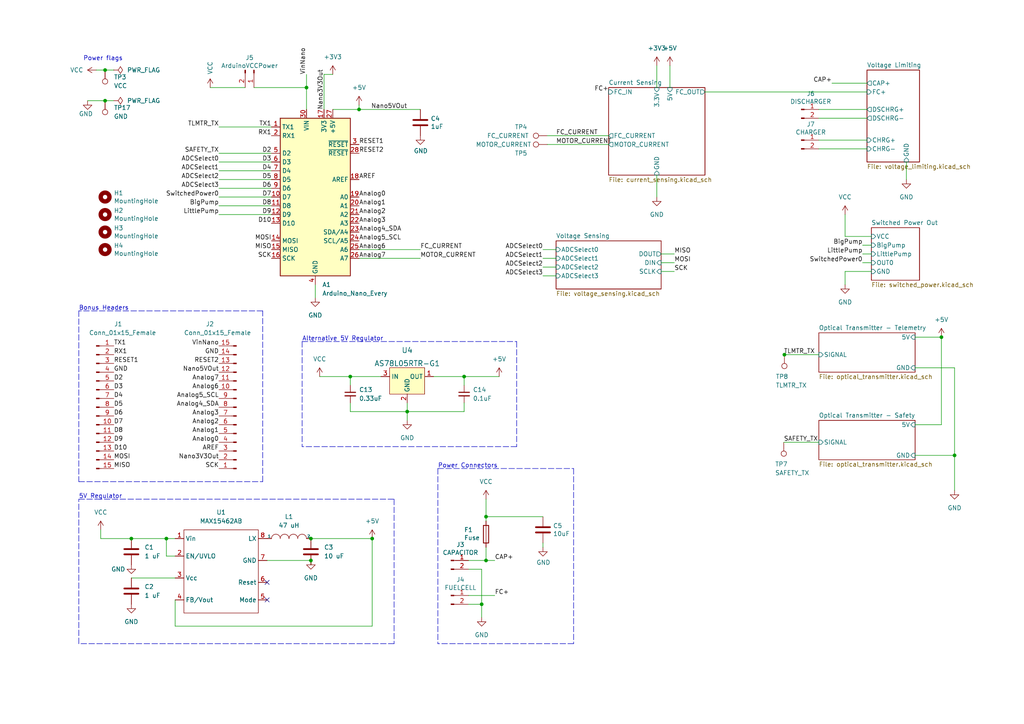
<source format=kicad_sch>
(kicad_sch (version 20211123) (generator eeschema)
  (paper "A4")
  (lib_symbols
    (symbol "Connector:Conn_01x02_Male" (pin_names (offset 1.016) hide)
      (property "Reference" "J" (at 0 2.54 0))
      (property "Value" "Conn_01x02_Male" (at 0 -5.08 0))
      (symbol "Conn_01x02_Male_1_1"
        (polyline (pts (xy 1.27 -2.54) (xy 0.8636 -2.54)) (stroke (width 0.1524)))
        (polyline (pts (xy 1.27 0) (xy 0.8636 0)) (stroke (width 0.1524)))
        (rectangle (start 0.8636 -2.413) (end 0 -2.667) (stroke (width 0.1524)) (fill (type outline)))
        (rectangle (start 0.8636 0.127) (end 0 -0.127) (stroke (width 0.1524)) (fill (type outline)))
        (pin passive line (at 5.08 0 180) (length 3.81) (name "Pin_1") (number "1"))
        (pin passive line (at 5.08 -2.54 180) (length 3.81) (name "Pin_2") (number "2"))
      )
    )
    (symbol "Connector:Conn_01x15_Male" (pin_names (offset 1.016) hide)
      (property "Reference" "J" (at 0 20.32 0))
      (property "Value" "Conn_01x15_Male" (at 0 -20.32 0))
      (symbol "Conn_01x15_Male_1_1"
        (polyline (pts (xy 1.27 -17.78) (xy 0.8636 -17.78)) (stroke (width 0.1524)))
        (polyline (pts (xy 1.27 -15.24) (xy 0.8636 -15.24)) (stroke (width 0.1524)))
        (polyline (pts (xy 1.27 -12.7) (xy 0.8636 -12.7)) (stroke (width 0.1524)))
        (polyline (pts (xy 1.27 -10.16) (xy 0.8636 -10.16)) (stroke (width 0.1524)))
        (polyline (pts (xy 1.27 -7.62) (xy 0.8636 -7.62)) (stroke (width 0.1524)))
        (polyline (pts (xy 1.27 -5.08) (xy 0.8636 -5.08)) (stroke (width 0.1524)))
        (polyline (pts (xy 1.27 -2.54) (xy 0.8636 -2.54)) (stroke (width 0.1524)))
        (polyline (pts (xy 1.27 0) (xy 0.8636 0)) (stroke (width 0.1524)))
        (polyline (pts (xy 1.27 2.54) (xy 0.8636 2.54)) (stroke (width 0.1524)))
        (polyline (pts (xy 1.27 5.08) (xy 0.8636 5.08)) (stroke (width 0.1524)))
        (polyline (pts (xy 1.27 7.62) (xy 0.8636 7.62)) (stroke (width 0.1524)))
        (polyline (pts (xy 1.27 10.16) (xy 0.8636 10.16)) (stroke (width 0.1524)))
        (polyline (pts (xy 1.27 12.7) (xy 0.8636 12.7)) (stroke (width 0.1524)))
        (polyline (pts (xy 1.27 15.24) (xy 0.8636 15.24)) (stroke (width 0.1524)))
        (polyline (pts (xy 1.27 17.78) (xy 0.8636 17.78)) (stroke (width 0.1524)))
        (rectangle (start 0.8636 -17.653) (end 0 -17.907) (stroke (width 0.1524)) (fill (type outline)))
        (rectangle (start 0.8636 -15.113) (end 0 -15.367) (stroke (width 0.1524)) (fill (type outline)))
        (rectangle (start 0.8636 -12.573) (end 0 -12.827) (stroke (width 0.1524)) (fill (type outline)))
        (rectangle (start 0.8636 -10.033) (end 0 -10.287) (stroke (width 0.1524)) (fill (type outline)))
        (rectangle (start 0.8636 -7.493) (end 0 -7.747) (stroke (width 0.1524)) (fill (type outline)))
        (rectangle (start 0.8636 -4.953) (end 0 -5.207) (stroke (width 0.1524)) (fill (type outline)))
        (rectangle (start 0.8636 -2.413) (end 0 -2.667) (stroke (width 0.1524)) (fill (type outline)))
        (rectangle (start 0.8636 0.127) (end 0 -0.127) (stroke (width 0.1524)) (fill (type outline)))
        (rectangle (start 0.8636 2.667) (end 0 2.413) (stroke (width 0.1524)) (fill (type outline)))
        (rectangle (start 0.8636 5.207) (end 0 4.953) (stroke (width 0.1524)) (fill (type outline)))
        (rectangle (start 0.8636 7.747) (end 0 7.493) (stroke (width 0.1524)) (fill (type outline)))
        (rectangle (start 0.8636 10.287) (end 0 10.033) (stroke (width 0.1524)) (fill (type outline)))
        (rectangle (start 0.8636 12.827) (end 0 12.573) (stroke (width 0.1524)) (fill (type outline)))
        (rectangle (start 0.8636 15.367) (end 0 15.113) (stroke (width 0.1524)) (fill (type outline)))
        (rectangle (start 0.8636 17.907) (end 0 17.653) (stroke (width 0.1524)) (fill (type outline)))
        (pin passive line (at 5.08 17.78 180) (length 3.81) (name "Pin_1") (number "1"))
        (pin passive line (at 5.08 -5.08 180) (length 3.81) (name "Pin_10") (number "10"))
        (pin passive line (at 5.08 -7.62 180) (length 3.81) (name "Pin_11") (number "11"))
        (pin passive line (at 5.08 -10.16 180) (length 3.81) (name "Pin_12") (number "12"))
        (pin passive line (at 5.08 -12.7 180) (length 3.81) (name "Pin_13") (number "13"))
        (pin passive line (at 5.08 -15.24 180) (length 3.81) (name "Pin_14") (number "14"))
        (pin passive line (at 5.08 -17.78 180) (length 3.81) (name "Pin_15") (number "15"))
        (pin passive line (at 5.08 15.24 180) (length 3.81) (name "Pin_2") (number "2"))
        (pin passive line (at 5.08 12.7 180) (length 3.81) (name "Pin_3") (number "3"))
        (pin passive line (at 5.08 10.16 180) (length 3.81) (name "Pin_4") (number "4"))
        (pin passive line (at 5.08 7.62 180) (length 3.81) (name "Pin_5") (number "5"))
        (pin passive line (at 5.08 5.08 180) (length 3.81) (name "Pin_6") (number "6"))
        (pin passive line (at 5.08 2.54 180) (length 3.81) (name "Pin_7") (number "7"))
        (pin passive line (at 5.08 0 180) (length 3.81) (name "Pin_8") (number "8"))
        (pin passive line (at 5.08 -2.54 180) (length 3.81) (name "Pin_9") (number "9"))
      )
    )
    (symbol "Connector:TestPoint" (pin_numbers hide) (pin_names (offset 0.762) hide)
      (property "Reference" "TP" (at 0 6.858 0))
      (property "Value" "TestPoint" (at 0 5.08 0))
      (symbol "TestPoint_0_1"
        (circle (center 0 3.302) (radius 0.762))
      )
      (symbol "TestPoint_1_1"
        (pin passive line (at 0 0 90) (length 2.54) (name "1") (number "1"))
      )
    )
    (symbol "Custom:AS78L05RTR-G1"
      (property "Reference" "U" (at 0 3.81 0))
      (property "Value" "AS78L05RTR-G1" (at 0 6.35 0))
      (symbol "AS78L05RTR-G1_0_1"
        (rectangle (start -5.08 2.54) (end 5.08 -5.08) (fill (type background)))
      )
      (symbol "AS78L05RTR-G1_1_1"
        (pin power_out line (at 7.62 0 180) (length 2.54) (name "OUT") (number "1"))
        (pin power_in line (at 0 -7.62 90) (length 2.54) (name "GND") (number "2"))
        (pin power_in line (at -7.62 0 0) (length 2.54) (name "IN") (number "3"))
      )
    )
    (symbol "Device:C" (pin_numbers hide) (pin_names (offset 0.254))
      (property "Reference" "C" (at 0.635 2.54 0))
      (property "Value" "C" (at 0.635 -2.54 0))
      (symbol "C_0_1"
        (polyline (pts (xy -2.032 -0.762) (xy 2.032 -0.762)) (stroke (width 0.508)))
        (polyline (pts (xy -2.032 0.762) (xy 2.032 0.762)) (stroke (width 0.508)))
      )
      (symbol "C_1_1"
        (pin passive line (at 0 3.81 270) (length 2.794) (name "~") (number "1"))
        (pin passive line (at 0 -3.81 90) (length 2.794) (name "~") (number "2"))
      )
    )
    (symbol "Device:C_Small" (pin_numbers hide) (pin_names (offset 0.254) hide)
      (property "Reference" "C" (at 0.254 1.778 0))
      (property "Value" "C_Small" (at 0.254 -2.032 0))
      (symbol "C_Small_0_1"
        (polyline (pts (xy -1.524 -0.508) (xy 1.524 -0.508)) (stroke (width 0.3302)))
        (polyline (pts (xy -1.524 0.508) (xy 1.524 0.508)) (stroke (width 0.3048)))
      )
      (symbol "C_Small_1_1"
        (pin passive line (at 0 2.54 270) (length 2.032) (name "~") (number "1"))
        (pin passive line (at 0 -2.54 90) (length 2.032) (name "~") (number "2"))
      )
    )
    (symbol "Device:Fuse" (pin_numbers hide) (pin_names (offset 0))
      (property "Reference" "F" (at 2.032 0 90))
      (property "Value" "Fuse" (at -1.905 0 90))
      (symbol "Fuse_0_1"
        (rectangle (start -0.762 -2.54) (end 0.762 2.54) (stroke (width 0.254)))
        (polyline (pts (xy 0 2.54) (xy 0 -2.54)))
      )
      (symbol "Fuse_1_1"
        (pin passive line (at 0 3.81 270) (length 1.27) (name "~") (number "1"))
        (pin passive line (at 0 -3.81 90) (length 1.27) (name "~") (number "2"))
      )
    )
    (symbol "MAX15462AB:MAX15462AB"
      (property "Reference" "U" (at 10.16 11.43 0))
      (property "Value" "MAX15462AB" (at -2.54 26.67 0))
      (symbol "MAX15462AB_0_1"
        (rectangle (start -12.7 11.43) (end 11.43 -10.16))
      )
      (symbol "MAX15462AB_1_1"
        (pin power_in line (at -10.16 -12.7 90) (length 2.54) (name "Vin") (number "1"))
        (pin input line (at -5.08 -12.7 90) (length 2.54) (name "EN/UVLO") (number "2"))
        (pin power_in line (at 1.27 -12.7 90) (length 2.54) (name "Vcc") (number "3"))
        (pin output line (at 7.62 -12.7 90) (length 2.54) (name "FB/Vout") (number "4"))
        (pin input line (at 7.62 13.97 270) (length 2.54) (name "Mode") (number "5"))
        (pin input line (at 2.54 13.97 270) (length 2.54) (name "Reset") (number "6"))
        (pin power_in line (at -3.81 13.97 270) (length 2.54) (name "GND") (number "7"))
        (pin input line (at -10.16 13.97 270) (length 2.54) (name "LX") (number "8"))
      )
    )
    (symbol "MCU_Module:Arduino_Nano_Every"
      (property "Reference" "A" (at -10.16 23.495 0))
      (property "Value" "Arduino_Nano_Every" (at 5.08 -24.13 0))
      (symbol "Arduino_Nano_Every_0_1"
        (rectangle (start -10.16 22.86) (end 10.16 -22.86) (stroke (width 0.254)) (fill (type background)))
      )
      (symbol "Arduino_Nano_Every_1_1"
        (pin bidirectional line (at -12.7 20.32 0) (length 2.54) (name "TX1") (number "1"))
        (pin bidirectional line (at -12.7 0 0) (length 2.54) (name "D7") (number "10"))
        (pin bidirectional line (at -12.7 -2.54 0) (length 2.54) (name "D8") (number "11"))
        (pin bidirectional line (at -12.7 -5.08 0) (length 2.54) (name "D9") (number "12"))
        (pin bidirectional line (at -12.7 -7.62 0) (length 2.54) (name "D10") (number "13"))
        (pin bidirectional line (at -12.7 -12.7 0) (length 2.54) (name "MOSI") (number "14"))
        (pin bidirectional line (at -12.7 -15.24 0) (length 2.54) (name "MISO") (number "15"))
        (pin bidirectional line (at -12.7 -17.78 0) (length 2.54) (name "SCK") (number "16"))
        (pin power_out line (at 2.54 25.4 270) (length 2.54) (name "3V3") (number "17"))
        (pin input line (at 12.7 5.08 180) (length 2.54) (name "AREF") (number "18"))
        (pin bidirectional line (at 12.7 0 180) (length 2.54) (name "A0") (number "19"))
        (pin bidirectional line (at -12.7 17.78 0) (length 2.54) (name "RX1") (number "2"))
        (pin bidirectional line (at 12.7 -2.54 180) (length 2.54) (name "A1") (number "20"))
        (pin bidirectional line (at 12.7 -5.08 180) (length 2.54) (name "A2") (number "21"))
        (pin bidirectional line (at 12.7 -7.62 180) (length 2.54) (name "A3") (number "22"))
        (pin bidirectional line (at 12.7 -10.16 180) (length 2.54) (name "SDA/A4") (number "23"))
        (pin bidirectional line (at 12.7 -12.7 180) (length 2.54) (name "SCL/A5") (number "24"))
        (pin bidirectional line (at 12.7 -15.24 180) (length 2.54) (name "A6") (number "25"))
        (pin bidirectional line (at 12.7 -17.78 180) (length 2.54) (name "A7") (number "26"))
        (pin power_out line (at 5.08 25.4 270) (length 2.54) (name "+5V") (number "27"))
        (pin input line (at 12.7 12.7 180) (length 2.54) (name "~{RESET}") (number "28"))
        (pin passive line (at 0 -25.4 90) (length 2.54) hide (name "GND") (number "29"))
        (pin input line (at 12.7 15.24 180) (length 2.54) (name "~{RESET}") (number "3"))
        (pin power_in line (at -2.54 25.4 270) (length 2.54) (name "VIN") (number "30"))
        (pin power_in line (at 0 -25.4 90) (length 2.54) (name "GND") (number "4"))
        (pin bidirectional line (at -12.7 12.7 0) (length 2.54) (name "D2") (number "5"))
        (pin bidirectional line (at -12.7 10.16 0) (length 2.54) (name "D3") (number "6"))
        (pin bidirectional line (at -12.7 7.62 0) (length 2.54) (name "D4") (number "7"))
        (pin bidirectional line (at -12.7 5.08 0) (length 2.54) (name "D5") (number "8"))
        (pin bidirectional line (at -12.7 2.54 0) (length 2.54) (name "D6") (number "9"))
      )
    )
    (symbol "Mechanical:MountingHole" (pin_names (offset 1.016))
      (property "Reference" "H" (at 0 5.08 0))
      (property "Value" "MountingHole" (at 0 3.175 0))
      (symbol "MountingHole_0_1"
        (circle (center 0 0) (radius 1.27) (stroke (width 1.27)))
      )
    )
    (symbol "power:+3V3" (power) (pin_names (offset 0))
      (property "Value" "+3V3" (at 0 3.556 0))
      (symbol "+3V3_0_1"
        (polyline (pts (xy -0.762 1.27) (xy 0 2.54)))
        (polyline (pts (xy 0 0) (xy 0 2.54)))
        (polyline (pts (xy 0 2.54) (xy 0.762 1.27)))
      )
      (symbol "+3V3_1_1"
        (pin power_in line (at 0 0 90) (length 0) hide (name "+3V3") (number "1"))
      )
    )
    (symbol "power:+5V" (power) (pin_names (offset 0))
      (property "Value" "+5V" (at 0 3.556 0))
      (symbol "+5V_0_1"
        (polyline (pts (xy -0.762 1.27) (xy 0 2.54)))
        (polyline (pts (xy 0 0) (xy 0 2.54)))
        (polyline (pts (xy 0 2.54) (xy 0.762 1.27)))
      )
      (symbol "+5V_1_1"
        (pin power_in line (at 0 0 90) (length 0) hide (name "+5V") (number "1"))
      )
    )
    (symbol "power:GND" (power) (pin_names (offset 0))
      (property "Value" "GND" (at 0 -3.81 0))
      (symbol "GND_0_1"
        (polyline (pts (xy 0 0) (xy 0 -1.27) (xy 1.27 -1.27) (xy 0 -2.54) (xy -1.27 -1.27) (xy 0 -1.27)))
      )
      (symbol "GND_1_1"
        (pin power_in line (at 0 0 270) (length 0) hide (name "GND") (number "1"))
      )
    )
    (symbol "power:PWR_FLAG" (power) (pin_numbers hide) (pin_names (offset 0) hide)
      (property "Value" "PWR_FLAG" (at 0 3.81 0))
      (symbol "PWR_FLAG_0_0"
        (pin power_out line (at 0 0 90) (length 0) (name "pwr") (number "1"))
      )
      (symbol "PWR_FLAG_0_1"
        (polyline (pts (xy 0 0) (xy 0 1.27) (xy -1.016 1.905) (xy 0 2.54) (xy 1.016 1.905) (xy 0 1.27)))
      )
    )
    (symbol "power:VCC" (power) (pin_names (offset 0))
      (property "Value" "VCC" (at 0 3.81 0))
      (symbol "VCC_0_1"
        (polyline (pts (xy -0.762 1.27) (xy 0 2.54)))
        (polyline (pts (xy 0 0) (xy 0 2.54)))
        (polyline (pts (xy 0 2.54) (xy 0.762 1.27)))
      )
      (symbol "VCC_1_1"
        (pin power_in line (at 0 0 90) (length 0) hide (name "VCC") (number "1"))
      )
    )
    (symbol "pspice:INDUCTOR" (pin_numbers hide) (pin_names (offset 0))
      (property "Reference" "L" (at 0 2.54 0))
      (property "Value" "INDUCTOR" (at 0 -1.27 0))
      (symbol "INDUCTOR_0_1"
        (arc (start -2.54 0) (mid -3.81 1.27) (end -5.08 0))
        (arc (start 0 0) (mid -1.27 1.27) (end -2.54 0))
        (arc (start 2.54 0) (mid 1.27 1.27) (end 0 0))
        (arc (start 5.08 0) (mid 3.81 1.27) (end 2.54 0))
      )
      (symbol "INDUCTOR_1_1"
        (pin input line (at -6.35 0 0) (length 1.27) (name "1") (number "1"))
        (pin input line (at 6.35 0 180) (length 1.27) (name "2") (number "2"))
      )
    )
  )
  (junction (at 107.95 156.21))
  (junction (at 134.62 109.22))
  (junction (at 140.97 162.56))
  (junction (at 88.9 25.4))
  (junction (at 140.97 149.86))
  (junction (at 30.48 20.32))
  (junction (at 38.1 156.21))
  (junction (at 30.48 29.21))
  (junction (at 276.86 132.08))
  (junction (at 139.7 175.26))
  (junction (at 90.17 156.21))
  (junction (at 118.11 119.38))
  (junction (at 90.17 162.56))
  (junction (at 104.14 31.75))
  (junction (at 227.5128 102.87))
  (junction (at 101.6 109.22))
  (junction (at 48.26 156.21))
  (junction (at 273.05 97.79))
  (no_connect (at 77.47 173.99))
  (no_connect (at 77.47 168.91))
  (wire (pts (xy 121.92 72.39) (xy 104.14 72.39)))
  (wire (pts (xy 273.05 97.79) (xy 273.05 123.19)))
  (wire (pts (xy 63.5 52.07) (xy 78.74 52.07)))
  (polyline (pts (xy 87.63 99.06) (xy 87.63 129.54)))
  (polyline (pts (xy 22.86 90.17) (xy 22.86 139.7)))
  (wire (pts (xy 29.21 156.21) (xy 38.1 156.21)))
  (wire (pts (xy 104.14 31.75) (xy 121.92 31.75)))
  (wire (pts (xy 237.49 34.29) (xy 251.46 34.29)))
  (wire (pts (xy 273.05 123.19) (xy 265.43 123.19)))
  (wire (pts (xy 48.26 156.21) (xy 48.26 161.29)))
  (wire (pts (xy 157.48 80.01) (xy 161.29 80.01)))
  (wire (pts (xy 50.8 173.99) (xy 50.8 181.61)))
  (polyline (pts (xy 22.86 144.78) (xy 27.94 144.78)))
  (wire (pts (xy 157.48 77.47) (xy 161.29 77.47)))
  (wire (pts (xy 101.6 116.84) (xy 101.6 119.38)))
  (polyline (pts (xy 76.2 139.7) (xy 76.2 90.17)))
  (polyline (pts (xy 22.86 139.7) (xy 76.2 139.7)))
  (wire (pts (xy 63.5 46.99) (xy 78.74 46.99)))
  (wire (pts (xy 63.5 44.45) (xy 78.74 44.45)))
  (polyline (pts (xy 114.3 144.78) (xy 114.3 186.69)))
  (wire (pts (xy 134.62 119.38) (xy 134.62 116.84)))
  (wire (pts (xy 245.11 68.58) (xy 252.73 68.58)))
  (polyline (pts (xy 114.3 186.69) (xy 22.86 186.69)))
  (wire (pts (xy 157.48 72.39) (xy 161.29 72.39)))
  (wire (pts (xy 27.94 20.32) (xy 30.48 20.32)))
  (wire (pts (xy 29.21 153.67) (xy 29.21 156.21)))
  (wire (pts (xy 276.86 106.68) (xy 276.86 132.08)))
  (wire (pts (xy 92.71 109.22) (xy 101.6 109.22)))
  (wire (pts (xy 135.89 172.72) (xy 143.51 172.72)))
  (wire (pts (xy 73.66 25.4) (xy 88.9 25.4)))
  (wire (pts (xy 38.1 167.64) (xy 50.8 167.64)))
  (wire (pts (xy 118.11 119.38) (xy 134.62 119.38)))
  (wire (pts (xy 250.19 73.66) (xy 252.73 73.66)))
  (wire (pts (xy 158.75 41.91) (xy 176.53 41.91)))
  (wire (pts (xy 93.98 21.59) (xy 96.52 21.59)))
  (wire (pts (xy 194.31 19.05) (xy 194.31 25.4)))
  (wire (pts (xy 101.6 119.38) (xy 118.11 119.38)))
  (polyline (pts (xy 22.86 186.69) (xy 22.86 144.78)))
  (wire (pts (xy 227.5128 102.87) (xy 237.49 102.87)))
  (wire (pts (xy 237.49 31.75) (xy 251.46 31.75)))
  (wire (pts (xy 135.89 162.56) (xy 140.97 162.56)))
  (wire (pts (xy 38.1 156.21) (xy 48.26 156.21)))
  (polyline (pts (xy 127 135.89) (xy 166.37 135.89)))
  (wire (pts (xy 250.19 71.12) (xy 252.73 71.12)))
  (wire (pts (xy 134.62 109.22) (xy 144.78 109.22)))
  (wire (pts (xy 191.77 73.66) (xy 195.58 73.66)))
  (wire (pts (xy 265.43 132.08) (xy 276.86 132.08)))
  (wire (pts (xy 63.5 57.15) (xy 78.74 57.15)))
  (wire (pts (xy 245.11 82.55) (xy 245.11 78.74)))
  (wire (pts (xy 90.17 162.56) (xy 90.17 163.83)))
  (wire (pts (xy 63.5 54.61) (xy 78.74 54.61)))
  (wire (pts (xy 30.48 29.21) (xy 33.02 29.21)))
  (wire (pts (xy 90.17 156.21) (xy 107.95 156.21)))
  (polyline (pts (xy 127 135.89) (xy 127 186.69)))
  (wire (pts (xy 63.5 36.83) (xy 78.74 36.83)))
  (wire (pts (xy 139.7 165.1) (xy 139.7 175.26)))
  (wire (pts (xy 190.5 19.05) (xy 190.5 25.4)))
  (wire (pts (xy 63.5 49.53) (xy 78.74 49.53)))
  (wire (pts (xy 245.11 62.23) (xy 245.11 68.58)))
  (wire (pts (xy 265.43 106.68) (xy 276.86 106.68)))
  (wire (pts (xy 63.5 62.23) (xy 78.74 62.23)))
  (wire (pts (xy 140.97 158.75) (xy 140.97 162.56)))
  (wire (pts (xy 118.11 119.38) (xy 118.11 121.92)))
  (wire (pts (xy 121.92 74.93) (xy 104.14 74.93)))
  (wire (pts (xy 77.47 162.56) (xy 90.17 162.56)))
  (wire (pts (xy 93.98 31.75) (xy 93.98 21.59)))
  (wire (pts (xy 157.48 157.48) (xy 157.48 158.75)))
  (wire (pts (xy 135.89 165.1) (xy 139.7 165.1)))
  (wire (pts (xy 157.48 74.93) (xy 161.29 74.93)))
  (wire (pts (xy 101.6 109.22) (xy 110.49 109.22)))
  (wire (pts (xy 140.97 149.86) (xy 140.97 151.13)))
  (wire (pts (xy 227.33 102.87) (xy 227.5128 102.87)))
  (wire (pts (xy 227.33 128.27) (xy 237.49 128.27)))
  (wire (pts (xy 30.48 20.32) (xy 33.02 20.32)))
  (wire (pts (xy 245.11 78.74) (xy 252.73 78.74)))
  (wire (pts (xy 96.52 31.75) (xy 104.14 31.75)))
  (polyline (pts (xy 149.86 129.54) (xy 87.63 129.54)))
  (wire (pts (xy 273.05 97.79) (xy 265.43 97.79)))
  (wire (pts (xy 241.3 24.13) (xy 251.46 24.13)))
  (wire (pts (xy 262.89 46.99) (xy 262.89 52.07)))
  (wire (pts (xy 88.9 21.59) (xy 88.9 25.4)))
  (wire (pts (xy 104.14 30.48) (xy 104.14 31.75)))
  (wire (pts (xy 60.96 25.4) (xy 71.12 25.4)))
  (wire (pts (xy 48.26 161.29) (xy 50.8 161.29)))
  (wire (pts (xy 25.4 29.21) (xy 30.48 29.21)))
  (polyline (pts (xy 149.86 99.06) (xy 149.86 129.54)))
  (wire (pts (xy 63.5 59.69) (xy 78.74 59.69)))
  (wire (pts (xy 190.5 50.8) (xy 190.5 57.15)))
  (wire (pts (xy 134.62 109.22) (xy 134.62 111.76)))
  (wire (pts (xy 101.6 109.22) (xy 101.6 111.76)))
  (polyline (pts (xy 27.94 144.78) (xy 114.3 144.78)))
  (polyline (pts (xy 76.2 90.17) (xy 22.86 90.17)))
  (wire (pts (xy 140.97 144.78) (xy 140.97 149.86)))
  (polyline (pts (xy 166.37 135.89) (xy 166.37 186.69)))
  (wire (pts (xy 140.97 162.56) (xy 143.51 162.56)))
  (wire (pts (xy 191.77 78.74) (xy 195.58 78.74)))
  (wire (pts (xy 118.11 116.84) (xy 118.11 119.38)))
  (wire (pts (xy 50.8 181.61) (xy 107.95 181.61)))
  (wire (pts (xy 158.75 39.37) (xy 176.53 39.37)))
  (wire (pts (xy 157.48 149.86) (xy 140.97 149.86)))
  (wire (pts (xy 91.44 82.55) (xy 91.44 86.36)))
  (wire (pts (xy 125.73 109.22) (xy 134.62 109.22)))
  (wire (pts (xy 276.86 132.08) (xy 276.86 142.24)))
  (wire (pts (xy 250.19 76.2) (xy 252.73 76.2)))
  (wire (pts (xy 191.77 76.2) (xy 195.58 76.2)))
  (wire (pts (xy 48.26 156.21) (xy 50.8 156.21)))
  (polyline (pts (xy 87.63 99.06) (xy 149.86 99.06)))
  (wire (pts (xy 88.9 25.4) (xy 88.9 31.75)))
  (wire (pts (xy 107.95 156.21) (xy 107.95 181.61)))
  (wire (pts (xy 204.47 26.67) (xy 251.46 26.67)))
  (wire (pts (xy 237.49 40.64) (xy 251.46 40.64)))
  (wire (pts (xy 139.7 175.26) (xy 139.7 179.07)))
  (wire (pts (xy 135.89 175.26) (xy 139.7 175.26)))
  (polyline (pts (xy 166.37 186.69) (xy 127 186.69)))
  (wire (pts (xy 237.49 43.18) (xy 251.46 43.18)))
  (text "5V Regulator" (at 22.86 144.78 0) (effects (font (size 1.27 1.27)) (justify left bottom)))
  (text "Power Connectors" (at 127 135.89 0) (effects (font (size 1.27 1.27)) (justify left bottom)))
  (text "Power flags" (at 24.13 17.78 0) (effects (font (size 1.27 1.27)) (justify left bottom)))
  (text "Bonus Headers\n" (at 22.86 90.17 0) (effects (font (size 1.27 1.27)) (justify left bottom)))
  (text "Alternative 5V Regulator" (at 87.63 99.06 0) (effects (font (size 1.27 1.27)) (justify left bottom)))
  (label "D5" (at 78.74 52.07 180))
  (label "MOSI" (at 195.58 76.2 0))
  (label "SCK" (at 78.74 74.93 180))
  (label "VinNano" (at 88.9 21.59 90))
  (label "Analog6" (at 104.14 72.39 0))
  (label "Nano5VOut" (at 118.11 31.75 180))
  (label "Analog4_SDA" (at 104.14 67.31 0))
  (label "SAFETY_TX" (at 227.33 128.27 0))
  (label "ADCSelect0" (at 157.48 72.39 180))
  (label "D9" (at 78.74 62.23 180))
  (label "Analog0" (at 63.5 128.27 180))
  (label "RESET1" (at 33.02 105.41 0))
  (label "MISO" (at 33.02 135.89 0))
  (label "Analog1" (at 63.5 125.73 180))
  (label "FC+" (at 143.51 172.72 0))
  (label "D3" (at 33.02 113.03 0))
  (label "MISO" (at 78.74 72.39 180))
  (label "D2" (at 78.74 44.45 180))
  (label "ADCSelect2" (at 63.5 52.07 180))
  (label "BigPump" (at 63.5 59.69 180))
  (label "CAP+" (at 241.3 24.13 180))
  (label "ADCSelect0" (at 63.5 46.99 180))
  (label "AREF" (at 63.5 130.81 180))
  (label "Analog4_SDA" (at 63.5 118.11 180))
  (label "Analog7" (at 104.14 74.93 0))
  (label "Analog3" (at 63.5 120.65 180))
  (label "Nano3V3Out" (at 93.98 31.75 90))
  (label "D8" (at 33.02 125.73 0))
  (label "D5" (at 33.02 118.11 0))
  (label "D6" (at 78.74 54.61 180))
  (label "Analog7" (at 63.5 110.49 180))
  (label "D6" (at 33.02 120.65 0))
  (label "LittlePump" (at 63.5 62.23 180))
  (label "GND" (at 33.02 107.95 0))
  (label "Analog2" (at 104.14 62.23 0))
  (label "SCK" (at 63.5 135.89 180))
  (label "TX1" (at 33.02 100.33 0))
  (label "Analog3" (at 104.14 64.77 0))
  (label "FC_CURRENT" (at 161.29 39.37 0))
  (label "RESET2" (at 63.5 105.41 180))
  (label "RX1" (at 33.02 102.87 0))
  (label "FC+" (at 176.53 26.67 180))
  (label "ADCSelect3" (at 157.48 80.01 180))
  (label "Nano5VOut" (at 63.5 107.95 180))
  (label "Analog5_SCL" (at 63.5 115.57 180))
  (label "D4" (at 33.02 115.57 0))
  (label "D7" (at 33.02 123.19 0))
  (label "CAP+" (at 143.51 162.56 0))
  (label "D4" (at 78.74 49.53 180))
  (label "Analog1" (at 104.14 59.69 0))
  (label "GND" (at 63.5 102.87 180))
  (label "SwitchedPower0" (at 250.19 76.2 180))
  (label "Analog0" (at 104.14 57.15 0))
  (label "BigPump" (at 250.19 71.12 180))
  (label "SCK" (at 195.58 78.74 0))
  (label "ADCSelect3" (at 63.5 54.61 180))
  (label "SwitchedPower0" (at 63.5 57.15 180))
  (label "D3" (at 78.74 46.99 180))
  (label "Analog6" (at 63.5 113.03 180))
  (label "TLMTR_TX" (at 227.33 102.87 0))
  (label "D2" (at 33.02 110.49 0))
  (label "D8" (at 78.74 59.69 180))
  (label "Analog2" (at 63.5 123.19 180))
  (label "D9" (at 33.02 128.27 0))
  (label "RX1" (at 78.74 39.37 180))
  (label "MOSI" (at 33.02 133.35 0))
  (label "LittlePump" (at 250.19 73.66 180))
  (label "Analog5_SCL" (at 104.14 69.85 0))
  (label "RESET1" (at 104.14 41.91 0))
  (label "AREF" (at 104.14 52.07 0))
  (label "ADCSelect2" (at 157.48 77.47 180))
  (label "SAFETY_TX" (at 63.5 44.45 180))
  (label "D10" (at 78.74 64.77 180))
  (label "ADCSelect1" (at 157.48 74.93 180))
  (label "FC_CURRENT" (at 121.92 72.39 0))
  (label "VinNano" (at 63.5 100.33 180))
  (label "ADCSelect1" (at 63.5 49.53 180))
  (label "MOSI" (at 78.74 69.85 180))
  (label "MOTOR_CURRENT" (at 161.29 41.91 0))
  (label "D10" (at 33.02 130.81 0))
  (label "RESET2" (at 104.14 44.45 0))
  (label "TLMTR_TX" (at 63.5 36.83 180))
  (label "TX1" (at 78.74 36.83 180))
  (label "Nano3V3Out" (at 63.5 133.35 180))
  (label "MOTOR_CURRENT" (at 121.92 74.93 0))
  (label "D7" (at 78.74 57.15 180))
  (label "MISO" (at 195.58 73.66 0))
  (symbol (lib_id "Mechanical:MountingHole") (at 30.48 67.31 0) (unit 1)
    (property "Reference" "H3" (at 33.02 66.1416 0) (effects (justify left)))
    (property "Value" "MountingHole" (at 33.02 68.453 0) (effects (justify left)))
    (property "Footprint" "MountingHole:MountingHole_3.2mm_M3" (effects hide))
  )
  (symbol (lib_id "power:+5V") (at 194.31 19.05 0) (unit 1)
    (property "Reference" "#PWR0114" (effects hide))
    (property "Value" "+5V" (at 194.31 13.97 0))
  )
  (symbol (lib_id "Connector:TestPoint") (at 30.48 20.32 180) (unit 1)
    (property "Reference" "TP3" (at 33.02 22.3519 0) (effects (justify right)))
    (property "Value" "VCC" (at 33.02 24.8919 0) (effects (justify right)))
    (property "Footprint" "TestPoint:TestPoint_Pad_4.0x4.0mm" (effects hide))
  )
  (symbol (lib_id "power:GND") (at 25.4 29.21 0) (unit 1)
    (property "Reference" "#PWR0169" (effects hide))
    (property "Value" "GND" (at 22.86 33.02 0) (effects (justify left)))
  )
  (symbol (lib_id "Connector:Conn_01x15_Male") (at 27.94 118.11 0) (unit 1)
    (property "Reference" "J1" (at 34.29 93.98 0))
    (property "Value" "Conn_01x15_Female" (at 35.56 96.52 0))
    (property "Footprint" "Connector_PinSocket_2.54mm:PinSocket_1x15_P2.54mm_Vertical" (effects hide))
    (property "Datasheet" "https://www.digikey.ca/en/products/detail/310-87-115-41-001101/1212-1103-ND/3757353" (effects hide))
    (property "DigikeyPN" "1212-1103-ND" (effects hide))
    (property "MPN" "310-87-115-41-001101" (effects hide))
    (property "Description" "CONN SOCKET 15POS 0.1 GOLD PCB" (effects hide))
    (property "Manufacturer" "Preci-Dip" (effects hide))
  )
  (symbol (lib_id "power:PWR_FLAG") (at 33.02 29.21 270) (unit 1)
    (property "Reference" "#FLG0104" (effects hide))
    (property "Value" "PWR_FLAG" (at 36.83 29.2099 90) (effects (justify left)))
  )
  (symbol (lib_id "MCU_Module:Arduino_Nano_Every") (at 91.44 57.15 0) (unit 1)
    (property "Reference" "A1" (at 93.4594 82.55 0) (effects (justify left)))
    (property "Value" "Arduino_Nano_Every" (at 93.4594 85.09 0) (effects (justify left)))
    (property "Footprint" "Module:Arduino_Nano" (effects hide))
    (property "Datasheet" "https://content.arduino.cc/assets/NANOEveryV3.0_sch.pdf" (effects hide))
  )
  (symbol (lib_id "power:GND") (at 190.5 57.15 0) (unit 1)
    (property "Reference" "#PWR0106" (effects hide))
    (property "Value" "GND" (at 190.5 62.23 0))
  )
  (symbol (lib_id "Device:C") (at 90.17 160.02 0) (unit 1)
    (property "Reference" "C3" (at 93.98 158.7499 0) (effects (justify left)))
    (property "Value" "10 uF" (at 93.98 161.2899 0) (effects (justify left)))
    (property "Footprint" "Capacitor_SMD:C_0805_2012Metric_Pad1.18x1.45mm_HandSolder" (effects hide))
    (property "Datasheet" "~https://media.digikey.com/pdf/Data%20Sheets/Samsung%20PDFs/CL10A106KQ8NNNC_Spec.pdf" (effects hide))
  )
  (symbol (lib_id "Connector:Conn_01x02_Male") (at 232.41 40.64 0) (unit 1)
    (property "Reference" "J7" (at 235.1532 36.0426 0))
    (property "Value" "CHARGER" (at 235.1532 38.354 0))
    (property "Footprint" "Connector_Molex:Molex_Mini-Fit_Jr_5569-02A2_2x01_P4.20mm_Horizontal" (effects hide))
    (property "Datasheet" "https://www.molex.com/pdm_docs/ps/PS-5556-001.pdf" (effects hide))
    (property "DigikeyPN" "0050361758-ND" (effects hide))
  )
  (symbol (lib_id "Device:C_Small") (at 101.6 114.3 0) (unit 1)
    (property "Reference" "C13" (at 104.14 113.0362 0) (effects (justify left)))
    (property "Value" "0.33uF" (at 104.14 115.5762 0) (effects (justify left)))
    (property "Footprint" "Capacitor_SMD:C_0805_2012Metric_Pad1.18x1.45mm_HandSolder" (effects hide))
  )
  (symbol (lib_id "power:GND") (at 38.1 163.83 0) (unit 1)
    (property "Reference" "#PWR0103" (effects hide))
    (property "Value" "GND" (at 34.29 165.1 0))
  )
  (symbol (lib_id "power:GND") (at 139.7 179.07 0) (unit 1)
    (property "Reference" "#PWR0120" (effects hide))
    (property "Value" "GND" (at 139.7 184.15 0))
  )
  (symbol (lib_id "Mechanical:MountingHole") (at 30.48 72.39 0) (unit 1)
    (property "Reference" "H4" (at 33.02 71.2216 0) (effects (justify left)))
    (property "Value" "MountingHole" (at 33.02 73.533 0) (effects (justify left)))
    (property "Footprint" "MountingHole:MountingHole_3.2mm_M3" (effects hide))
  )
  (symbol (lib_id "power:VCC") (at 60.96 25.4 0) (unit 1)
    (property "Reference" "#PWR0133" (effects hide))
    (property "Value" "VCC" (at 60.96 17.78 90) (effects (justify right)))
  )
  (symbol (lib_id "Connector:Conn_01x02_Male") (at 232.41 31.75 0) (unit 1)
    (property "Reference" "J6" (at 235.1532 27.1526 0))
    (property "Value" "DISCHARGER" (at 235.1532 29.464 0))
    (property "Footprint" "Connector_Molex:Molex_Mini-Fit_Jr_5569-02A2_2x01_P4.20mm_Horizontal" (effects hide))
    (property "Datasheet" "https://www.molex.com/pdm_docs/ps/PS-5556-001.pdf" (effects hide))
    (property "DigikeyPN" "0050361758-ND" (effects hide))
  )
  (symbol (lib_id "power:GND") (at 276.86 142.24 0) (unit 1)
    (property "Reference" "#PWR0109" (effects hide))
    (property "Value" "GND" (at 276.86 147.32 0))
  )
  (symbol (lib_id "Connector:TestPoint") (at 158.75 41.91 90) (unit 1)
    (property "Reference" "TP5" (at 151.13 44.45 90))
    (property "Value" "MOTOR_CURRENT" (at 146.05 41.91 90))
    (property "Footprint" "TestPoint:TestPoint_Pad_4.0x4.0mm" (effects hide))
  )
  (symbol (lib_id "Device:C_Small") (at 134.62 114.3 0) (mirror y) (unit 1)
    (property "Reference" "C14" (at 137.16 113.0362 0) (effects (justify right)))
    (property "Value" "0.1uF" (at 137.16 115.5762 0) (effects (justify right)))
    (property "Footprint" "Capacitor_SMD:C_0805_2012Metric_Pad1.18x1.45mm_HandSolder" (effects hide))
  )
  (symbol (lib_id "power:+5V") (at 144.78 109.22 0) (unit 1)
    (property "Reference" "#PWR0115" (effects hide))
    (property "Value" "+5V" (at 144.78 104.14 0))
  )
  (symbol (lib_id "Connector:TestPoint") (at 158.75 39.37 90) (unit 1)
    (property "Reference" "TP4" (at 151.13 36.83 90))
    (property "Value" "FC_CURRENT" (at 147.32 39.37 90))
    (property "Footprint" "TestPoint:TestPoint_Pad_4.0x4.0mm" (effects hide))
  )
  (symbol (lib_id "power:GND") (at 262.89 52.07 0) (unit 1)
    (property "Reference" "#PWR0112" (effects hide))
    (property "Value" "GND" (at 262.89 57.15 0))
  )
  (symbol (lib_id "power:GND") (at 90.17 162.56 0) (unit 1)
    (property "Reference" "#PWR0101" (effects hide))
    (property "Value" "GND" (at 90.17 167.64 0))
  )
  (symbol (lib_id "power:VCC") (at 92.71 109.22 0) (unit 1)
    (property "Reference" "#PWR0125" (effects hide))
    (property "Value" "VCC" (at 92.71 104.14 0))
  )
  (symbol (lib_id "power:VCC") (at 27.94 20.32 90) (unit 1)
    (property "Reference" "#PWR0116" (effects hide))
    (property "Value" "VCC" (at 20.32 20.32 90) (effects (justify right)))
  )
  (symbol (lib_id "Connector:Conn_01x02_Male") (at 73.66 20.32 270) (unit 1)
    (property "Reference" "J5" (at 72.39 16.7386 90))
    (property "Value" "ArduinoVCCPower" (at 72.39 19.05 90))
    (property "Footprint" "Connector_PinHeader_2.54mm:PinHeader_1x02_P2.54mm_Vertical" (effects hide))
  )
  (symbol (lib_id "power:GND") (at 38.1 175.26 0) (unit 1)
    (property "Reference" "#PWR0102" (effects hide))
    (property "Value" "GND" (at 38.1 180.34 0))
  )
  (symbol (lib_id "Custom:AS78L05RTR-G1") (at 118.11 109.22 0) (unit 1)
    (property "Reference" "U4" (at 118.11 101.6 0) (effects (font (size 1.524 1.524))))
    (property "Value" "AS78L05RTR-G1" (at 118.11 105.41 0) (effects (font (size 1.524 1.524))))
    (property "Footprint" "Package_TO_SOT_SMD:SOT-89-3_Handsoldering" (effects hide))
    (property "Datasheet" "https://media.digikey.com/pdf/Data%20Sheets/Diodes%20PDFs/AS78Lxx_Aug2013_DS.pdf" (effects hide))
    (property "Digi-Key_PN" "AS78L05RTR-G1DITR-ND" (effects hide))
    (property "MPN" "AS78L05RTR-G1" (effects hide))
    (property "Category" "Integrated Circuits (ICs)" (effects hide))
    (property "Family" "PMIC - Voltage Regulators - Linear" (effects hide))
    (property "DK_Datasheet_Link" "https://media.digikey.com/pdf/Data%20Sheets/Diodes%20PDFs/AS78Lxx_Aug2013_DS.pdf" (effects hide))
    (property "DK_Detail_Page" "https://www.digikey.ca/en/products/detail/diodes-incorporated/AS78L05RTR-G1/4470944" (effects hide))
    (property "Description" "IC REG LINEAR 5V 100MA SOT89-3" (effects hide))
    (property "Manufacturer" "Diodes Incorporated" (effects hide))
    (property "Status" "Active" (effects hide))
  )
  (symbol (lib_id "Mechanical:MountingHole") (at 30.48 62.23 0) (unit 1)
    (property "Reference" "H2" (at 33.02 61.0616 0) (effects (justify left)))
    (property "Value" "MountingHole" (at 33.02 63.373 0) (effects (justify left)))
    (property "Footprint" "MountingHole:MountingHole_3.2mm_M3" (effects hide))
  )
  (symbol (lib_id "pspice:INDUCTOR") (at 83.82 156.21 0) (unit 1)
    (property "Reference" "L1" (at 83.82 149.86 0))
    (property "Value" "47 uH" (at 83.82 152.4 0))
    (property "Footprint" "Inductor_SMD:L_Coilcraft_LPS4018" (effects hide))
    (property "Datasheet" "https://www.coilcraft.com/getmedia/31b05c96-4c4c-4498-8dbb-fe092de76bad/lps4018.pdf" (effects hide))
  )
  (symbol (lib_id "power:+5V") (at 104.14 30.48 0) (unit 1)
    (property "Reference" "#PWR0117" (effects hide))
    (property "Value" "+5V" (at 104.14 25.4 0))
  )
  (symbol (lib_id "Connector:Conn_01x02_Male") (at 130.81 162.56 0) (unit 1)
    (property "Reference" "J3" (at 133.5532 157.9626 0))
    (property "Value" "CAPACITOR" (at 133.5532 160.274 0))
    (property "Footprint" "custom:VP0265540000G" (effects hide))
  )
  (symbol (lib_id "Device:C") (at 38.1 160.02 0) (unit 1)
    (property "Reference" "C1" (at 41.91 158.7499 0) (effects (justify left)))
    (property "Value" "1 uF" (at 41.91 161.2899 0) (effects (justify left)))
    (property "Footprint" "Capacitor_SMD:C_0805_2012Metric_Pad1.18x1.45mm_HandSolder" (effects hide))
    (property "Datasheet" "https://media.digikey.com/pdf/Data%20Sheets/Samsung%20PDFs/CL21B105KBFNNNG_Spec.pdf" (effects hide))
  )
  (symbol (lib_id "Connector:Conn_01x15_Male") (at 68.58 118.11 180) (unit 1)
    (property "Reference" "J2" (at 59.69 93.98 0) (effects (justify right)))
    (property "Value" "Conn_01x15_Female" (at 53.34 96.52 0) (effects (justify right)))
    (property "Footprint" "Connector_PinSocket_2.54mm:PinSocket_1x15_P2.54mm_Vertical" (effects hide))
    (property "Datasheet" "https://www.digikey.ca/en/products/detail/310-87-115-41-001101/1212-1103-ND/3757353" (effects hide))
    (property "DigikeyPN" "1212-1103-ND" (effects hide))
    (property "DK_Detail_Page" "https://www.digikey.ca/en/products/detail/310-87-115-41-001101/1212-1103-ND/3757353" (effects hide))
    (property "MPN" "310-87-115-41-001101" (effects hide))
    (property "Description" "CONN SOCKET 15POS 0.1 GOLD PCB" (effects hide))
    (property "Manufacturer" "Preci-Dip" (effects hide))
  )
  (symbol (lib_id "Connector:TestPoint") (at 30.48 29.21 180) (unit 1)
    (property "Reference" "TP17" (at 33.02 31.2419 0) (effects (justify right)))
    (property "Value" "GND" (at 33.02 33.7819 0) (effects (justify right)))
    (property "Footprint" "TestPoint:TestPoint_Pad_4.0x4.0mm" (effects hide))
  )
  (symbol (lib_id "power:+5V") (at 273.05 97.79 0) (unit 1)
    (property "Reference" "#PWR0110" (effects hide))
    (property "Value" "+5V" (at 273.05 92.71 0))
  )
  (symbol (lib_id "Device:C") (at 121.92 35.56 0) (unit 1)
    (property "Reference" "C4" (at 124.9172 34.3916 0) (effects (justify left)))
    (property "Value" "1uF" (at 124.9172 36.703 0) (effects (justify left)))
    (property "Footprint" "Capacitor_SMD:C_0805_2012Metric_Pad1.18x1.45mm_HandSolder" (effects hide))
    (property "Datasheet" "https://search.murata.co.jp/Ceramy/image/img/A01X/G101/ENG/GRT188R61H105KE13-01.pdf" (effects hide))
    (property "DigikeyPN" "490-12330-1-ND" (effects hide))
  )
  (symbol (lib_id "power:GND") (at 121.92 39.37 0) (unit 1)
    (property "Reference" "#PWR0105" (effects hide))
    (property "Value" "GND" (at 122.047 43.7642 0))
  )
  (symbol (lib_id "power:GND") (at 91.44 86.36 0) (unit 1)
    (property "Reference" "#PWR0119" (effects hide))
    (property "Value" "GND" (at 91.44 91.44 0))
  )
  (symbol (lib_id "power:PWR_FLAG") (at 33.02 20.32 270) (unit 1)
    (property "Reference" "#FLG0103" (effects hide))
    (property "Value" "PWR_FLAG" (at 36.83 20.3199 90) (effects (justify left)))
  )
  (symbol (lib_id "power:GND") (at 245.11 82.55 0) (unit 1)
    (property "Reference" "#PWR0111" (effects hide))
    (property "Value" "GND" (at 245.11 87.63 0))
  )
  (symbol (lib_id "power:GND") (at 157.48 158.75 0) (unit 1)
    (property "Reference" "#PWR0121" (effects hide))
    (property "Value" "GND" (at 157.607 163.1442 0))
  )
  (symbol (lib_id "Device:C") (at 38.1 171.45 0) (mirror y) (unit 1)
    (property "Reference" "C2" (at 41.91 170.1799 0) (effects (justify right)))
    (property "Value" "1 uF" (at 41.91 172.7199 0) (effects (justify right)))
    (property "Footprint" "Capacitor_SMD:C_0805_2012Metric_Pad1.18x1.45mm_HandSolder" (effects hide))
    (property "Datasheet" "https://media.digikey.com/pdf/Data%20Sheets/Samsung%20PDFs/CL21B105KBFNNNG_Spec.pdf" (effects hide))
  )
  (symbol (lib_id "MAX15462AB:MAX15462AB") (at 63.5 166.37 270) (unit 1)
    (property "Reference" "U1" (at 64.135 148.59 90))
    (property "Value" "MAX15462AB" (at 64.135 151.13 90))
    (property "Footprint" "Package_DFN_QFN:TDFN-8-1EP_2x2mm_P0.5mm_EP0.8x1.2mm" (effects hide))
    (property "Datasheet" "https://datasheets.maximintegrated.com/en/ds/MAX15462.pdf" (effects hide))
    (property "digikey part no." "MAX15462BATA+TCT-ND" (effects hide))
  )
  (symbol (lib_id "Device:Fuse") (at 140.97 154.94 0) (unit 1)
    (property "Reference" "F1" (at 134.62 153.67 0) (effects (justify left)))
    (property "Value" "Fuse" (at 134.62 155.9814 0) (effects (justify left)))
    (property "Footprint" "custom:3586KTR" (effects hide))
    (property "Datasheet" "https://www.digikey.ca/en/products/detail/keystone-electronics/3586KTR/6817755?s=N4IgTCBcDaIMwFYAcA2A1gFwE4gLoF8g" (effects hide))
    (property "DigikeyPN" "36-3586KCT-ND" (effects hide))
  )
  (symbol (lib_id "power:+3V3") (at 96.52 21.59 0) (unit 1)
    (property "Reference" "#PWR0118" (effects hide))
    (property "Value" "+3V3" (at 96.52 16.51 0))
  )
  (symbol (lib_id "Connector:TestPoint") (at 227.33 128.27 180) (unit 1)
    (property "Reference" "TP7" (at 224.79 134.62 0) (effects (justify right)))
    (property "Value" "SAFETY_TX" (at 224.79 137.16 0) (effects (justify right)))
    (property "Footprint" "TestPoint:TestPoint_Pad_4.0x4.0mm" (effects hide))
  )
  (symbol (lib_id "power:GND") (at 118.11 121.92 0) (unit 1)
    (property "Reference" "#PWR0126" (effects hide))
    (property "Value" "GND" (at 118.11 127 0))
  )
  (symbol (lib_id "Connector:TestPoint") (at 227.5128 102.87 180) (unit 1)
    (property "Reference" "TP8" (at 224.9728 109.22 0) (effects (justify right)))
    (property "Value" "TLMTR_TX" (at 224.9728 111.76 0) (effects (justify right)))
    (property "Footprint" "TestPoint:TestPoint_Pad_4.0x4.0mm" (effects hide))
  )
  (symbol (lib_id "Mechanical:MountingHole") (at 30.48 57.15 0) (unit 1)
    (property "Reference" "H1" (at 33.02 55.9816 0) (effects (justify left)))
    (property "Value" "MountingHole" (at 33.02 58.293 0) (effects (justify left)))
    (property "Footprint" "MountingHole:MountingHole_3.2mm_M3" (effects hide))
  )
  (symbol (lib_id "Device:C") (at 157.48 153.67 0) (unit 1)
    (property "Reference" "C5" (at 160.401 152.5016 0) (effects (justify left)))
    (property "Value" "10uF" (at 160.401 154.813 0) (effects (justify left)))
    (property "Footprint" "Capacitor_SMD:C_0805_2012Metric_Pad1.18x1.45mm_HandSolder" (effects hide))
    (property "Datasheet" "https://search.murata.co.jp/Ceramy/image/img/A01X/G101/ENG/GRT188R61H105KE13-01.pdf" (effects hide))
    (property "DigikeyPN" "490-12330-1-ND" (effects hide))
  )
  (symbol (lib_id "power:VCC") (at 140.97 144.78 0) (unit 1)
    (property "Reference" "#PWR0122" (effects hide))
    (property "Value" "VCC" (at 140.97 139.7 0))
  )
  (symbol (lib_id "power:+3V3") (at 190.5 19.05 0) (unit 1)
    (property "Reference" "#PWR0107" (effects hide))
    (property "Value" "+3V3" (at 190.5 13.97 0))
  )
  (symbol (lib_id "Connector:Conn_01x02_Male") (at 130.81 172.72 0) (unit 1)
    (property "Reference" "J4" (at 133.5532 168.1226 0))
    (property "Value" "FUELCELL" (at 133.5532 170.434 0))
    (property "Footprint" "custom:VP0265540000G" (effects hide))
    (property "Datasheet" "https://media.digikey.com/pdf/Data%20Sheets/Amphenol%20PDFs/8VP0003.pdf" (effects hide))
    (property "DigikeyPN" "VP0265540000G-ND" (effects hide))
  )
  (symbol (lib_id "power:+5V") (at 107.95 156.21 0) (unit 1)
    (property "Reference" "#PWR0104" (effects hide))
    (property "Value" "+5V" (at 107.95 151.13 0))
  )
  (symbol (lib_id "power:VCC") (at 245.11 62.23 0) (unit 1)
    (property "Reference" "#PWR0113" (effects hide))
    (property "Value" "VCC" (at 245.11 57.15 0))
  )
  (symbol (lib_id "power:VCC") (at 29.21 153.67 0) (unit 1)
    (property "Reference" "#PWR0108" (effects hide))
    (property "Value" "VCC" (at 29.21 148.59 0))
  )
  (sheet (at 252.73 66.04) (size 13.97 15.24) (stroke (width 0.1524))
    (property "Sheet name" "Switched Power Out" (at 252.73 65.3284 0) (effects (justify left bottom)))
    (property "Sheet file" "switched_power.kicad_sch" (at 252.73 81.8646 0) (effects (justify left top)))
    (pin "BigPump" input (at 252.73 71.12 180))
    (pin "VCC" input (at 252.73 68.58 180))
    (pin "LittlePump" input (at 252.73 73.66 180))
    (pin "GND" input (at 252.73 78.74 180))
    (pin "OUT0" input (at 252.73 76.2 180))
  )
  (sheet (at 237.49 121.92) (size 27.94 11.43) (stroke (width 0.1524))
    (property "Sheet name" "Optical Transmitter - Safety" (at 237.49 121.2084 0) (effects (justify left bottom)))
    (property "Sheet file" "optical_transmitter.kicad_sch" (at 237.49 133.9346 0) (effects (justify left top)))
    (pin "GND" input (at 265.43 132.08 0))
    (pin "5V" input (at 265.43 123.19 0))
    (pin "SIGNAL" input (at 237.49 128.27 180))
  )
  (sheet (at 251.46 20.32) (size 15.24 26.67) (stroke (width 0.1524))
    (property "Sheet name" "Voltage Limiting" (at 251.46 19.6084 0) (effects (justify left bottom)))
    (property "Sheet file" "voltage_limiting.kicad_sch" (at 251.46 47.5746 0) (effects (justify left top)))
    (pin "CAP+" output (at 251.46 24.13 180))
    (pin "CHRG+" input (at 251.46 40.64 180))
    (pin "CHRG-" input (at 251.46 43.18 180))
    (pin "DSCHRG+" output (at 251.46 31.75 180))
    (pin "DSCHRG-" output (at 251.46 34.29 180))
    (pin "FC+" input (at 251.46 26.67 180))
    (pin "GND" input (at 262.89 46.99 270))
  )
  (sheet (at 176.53 25.4) (size 27.94 25.4) (stroke (width 0.1524))
    (property "Sheet name" "Current Sensing" (at 176.53 24.6884 0) (effects (justify left bottom)))
    (property "Sheet file" "current_sensing.kicad_sch" (at 176.53 51.3846 0) (effects (justify left top)))
    (pin "FC_CURRENT" output (at 176.53 39.37 180))
    (pin "GND" input (at 190.5 50.8 270))
    (pin "3.3V" input (at 190.5 25.4 90))
    (pin "MOTOR_CURRENT" output (at 176.53 41.91 180))
    (pin "FC_OUT" output (at 204.47 26.67 0))
    (pin "FC_IN" input (at 176.53 26.67 180))
    (pin "5V" input (at 194.31 25.4 90))
  )
  (sheet (at 161.29 69.85) (size 30.48 13.97) (stroke (width 0.1524))
    (property "Sheet name" "Voltage Sensing" (at 161.29 69.1384 0) (effects (justify left bottom)))
    (property "Sheet file" "voltage_sensing.kicad_sch" (at 161.29 84.4046 0) (effects (justify left top)))
    (pin "ADCSelect1" input (at 161.29 74.93 180))
    (pin "ADCSelect2" input (at 161.29 77.47 180))
    (pin "SCLK" input (at 191.77 78.74 0))
    (pin "DIN" input (at 191.77 76.2 0))
    (pin "DOUT" output (at 191.77 73.66 0))
    (pin "ADCSelect0" input (at 161.29 72.39 180))
    (pin "ADCSelect3" input (at 161.29 80.01 180))
  )
  (sheet (at 237.49 96.52) (size 27.94 11.43) (stroke (width 0.1524))
    (property "Sheet name" "Optical Transmitter - Telemetry" (at 237.49 95.8084 0) (effects (justify left bottom)))
    (property "Sheet file" "optical_transmitter.kicad_sch" (at 237.49 108.5346 0) (effects (justify left top)))
    (pin "GND" input (at 265.43 106.68 0))
    (pin "5V" input (at 265.43 97.79 0))
    (pin "SIGNAL" input (at 237.49 102.87 180))
  )
)
</source>
